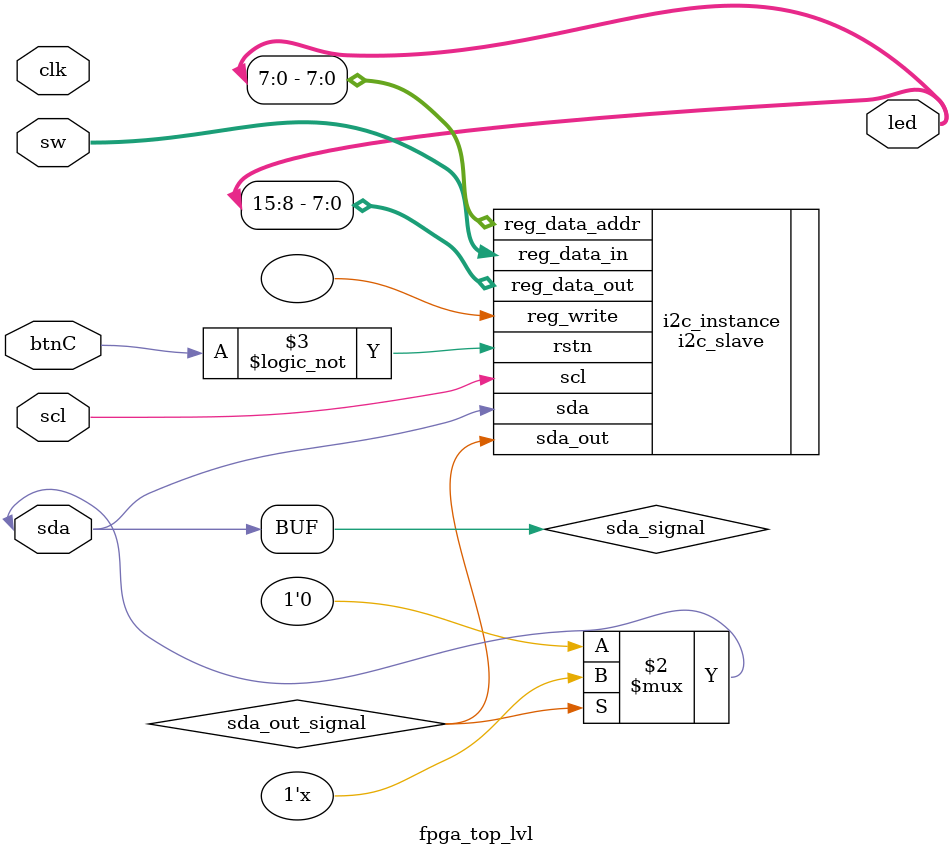
<source format=v>


module fpga_top_lvl (
    input   clk,        // board clock
    input   btnC,       // reset

    input   scl,
    inout   sda,

    output [15:0]       led,
    input [7:0]         sw

);

    // wires
    wire sda_signal, sda_out_signal;

    assign sda = !sda_out_signal ? 1'b0 : 1'bZ;
    assign sda_signal = sda;

    i2c_slave i2c_instance (
        .scl        (scl),                // Connect to an external or internal clock line
        .sda        (sda_signal),                // Connect to an external or internal data line
        .sda_out    (sda_out_signal),        // Connect to an external or internal output data line
        .rstn       (!btnC),              // Connect to an external or internal reset (active low)

        // data ports
        .reg_data_in    (sw),       // Connect to data source
        .reg_data_out   (led[15:8]),      // Connect to data sink or next module
        .reg_data_addr  (led[7:0]),     // Connect to address source or next module
        .reg_write      ()         // Connect to a write control signal
    );

    tt_um_jk2102 instance_name (
        .ui_in      (your_input_wire_or_bus),   // Dedicated inputs
        .uo_out     (your_output_wire_or_bus), // Dedicated outputs
        .uio_in     (your_bidir_input),        // IOs: Bidirectional Input path
        .uio_out    (your_bidir_output),      // IOs: Bidirectional Output path
        .uio_oe     (your_bidir_enable),       // IOs: Bidirectional Enable path
        .ena        (your_enable_signal),         // enable signal
        .clk        (your_clock_signal),          // clock signal
        .rst_n      (your_reset_signal)         // reset signal (active low)
    );

endmodule

</source>
